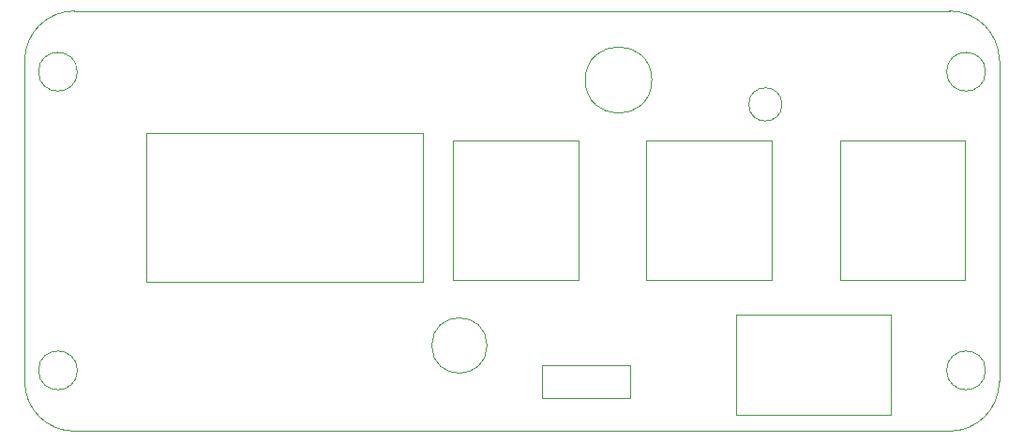
<source format=gbr>
%TF.GenerationSoftware,KiCad,Pcbnew,8.0.5-1.fc40*%
%TF.CreationDate,2024-09-30T00:07:27+02:00*%
%TF.ProjectId,ATU100 Alc interface Front,41545531-3030-4204-916c-6320696e7465,rev?*%
%TF.SameCoordinates,Original*%
%TF.FileFunction,Profile,NP*%
%FSLAX46Y46*%
G04 Gerber Fmt 4.6, Leading zero omitted, Abs format (unit mm)*
G04 Created by KiCad (PCBNEW 8.0.5-1.fc40) date 2024-09-30 00:07:27*
%MOMM*%
%LPD*%
G01*
G04 APERTURE LIST*
%TA.AperFunction,Profile*%
%ADD10C,0.050000*%
%TD*%
%TA.AperFunction,Profile*%
%ADD11C,0.100000*%
%TD*%
G04 APERTURE END LIST*
D10*
X168000000Y-108500000D02*
G75*
G02*
X163500000Y-113000000I-4500000J0D01*
G01*
X80000000Y-108500000D02*
X80000000Y-79500000D01*
X80000000Y-79500000D02*
G75*
G02*
X84500000Y-75000000I4500000J0D01*
G01*
X84750000Y-107500000D02*
G75*
G02*
X81250000Y-107500000I-1750000J0D01*
G01*
X81250000Y-107500000D02*
G75*
G02*
X84750000Y-107500000I1750000J0D01*
G01*
X91000000Y-86000000D02*
X116000000Y-86000000D01*
X116000000Y-99500000D01*
X91000000Y-99500000D01*
X91000000Y-86000000D01*
X84750000Y-80500000D02*
G75*
G02*
X81250000Y-80500000I-1750000J0D01*
G01*
X81250000Y-80500000D02*
G75*
G02*
X84750000Y-80500000I1750000J0D01*
G01*
X84500000Y-113000000D02*
G75*
G02*
X80000000Y-108500000I0J4500000D01*
G01*
X144200000Y-102500000D02*
X158200000Y-102500000D01*
X158200000Y-111500000D01*
X144200000Y-111500000D01*
X144200000Y-102500000D01*
X118700000Y-86750000D02*
X130000000Y-86750000D01*
X130000000Y-99350000D01*
X118700000Y-99350000D01*
X118700000Y-86750000D01*
X166750000Y-80500000D02*
G75*
G02*
X163250000Y-80500000I-1750000J0D01*
G01*
X163250000Y-80500000D02*
G75*
G02*
X166750000Y-80500000I1750000J0D01*
G01*
X168000000Y-79500000D02*
X168000000Y-108500000D01*
D11*
X136625000Y-81250000D02*
G75*
G02*
X130625000Y-81250000I-3000000J0D01*
G01*
X130625000Y-81250000D02*
G75*
G02*
X136625000Y-81250000I3000000J0D01*
G01*
D10*
X166750000Y-107500000D02*
G75*
G02*
X163250000Y-107500000I-1750000J0D01*
G01*
X163250000Y-107500000D02*
G75*
G02*
X166750000Y-107500000I1750000J0D01*
G01*
X136150000Y-86750000D02*
X147450000Y-86750000D01*
X147450000Y-99350000D01*
X136150000Y-99350000D01*
X136150000Y-86750000D01*
X153600000Y-86750000D02*
X164900000Y-86750000D01*
X164900000Y-99350000D01*
X153600000Y-99350000D01*
X153600000Y-86750000D01*
X126700000Y-107000000D02*
X134700000Y-107000000D01*
X134700000Y-110000000D01*
X126700000Y-110000000D01*
X126700000Y-107000000D01*
X84500000Y-75000000D02*
X163500000Y-75000000D01*
D11*
X148375000Y-83450000D02*
G75*
G02*
X145375000Y-83450000I-1500000J0D01*
G01*
X145375000Y-83450000D02*
G75*
G02*
X148375000Y-83450000I1500000J0D01*
G01*
D10*
X121750000Y-105250000D02*
G75*
G02*
X116750000Y-105250000I-2500000J0D01*
G01*
X116750000Y-105250000D02*
G75*
G02*
X121750000Y-105250000I2500000J0D01*
G01*
X163500000Y-113000000D02*
X84500000Y-113000000D01*
X163500000Y-75000000D02*
G75*
G02*
X168000000Y-79500000I0J-4500000D01*
G01*
M02*

</source>
